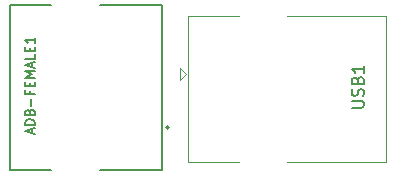
<source format=gbr>
%TF.GenerationSoftware,KiCad,Pcbnew,7.0.9-1.fc39*%
%TF.CreationDate,2023-12-29T10:14:23-08:00*%
%TF.ProjectId,ADB-USB-adapter,4144422d-5553-4422-9d61-646170746572,rev?*%
%TF.SameCoordinates,Original*%
%TF.FileFunction,Legend,Top*%
%TF.FilePolarity,Positive*%
%FSLAX46Y46*%
G04 Gerber Fmt 4.6, Leading zero omitted, Abs format (unit mm)*
G04 Created by KiCad (PCBNEW 7.0.9-1.fc39) date 2023-12-29 10:14:23*
%MOMM*%
%LPD*%
G01*
G04 APERTURE LIST*
%ADD10C,0.150000*%
%ADD11C,0.120000*%
%ADD12C,0.127000*%
%ADD13C,0.200000*%
G04 APERTURE END LIST*
D10*
X48823819Y-31530094D02*
X49633342Y-31530094D01*
X49633342Y-31530094D02*
X49728580Y-31482475D01*
X49728580Y-31482475D02*
X49776200Y-31434856D01*
X49776200Y-31434856D02*
X49823819Y-31339618D01*
X49823819Y-31339618D02*
X49823819Y-31149142D01*
X49823819Y-31149142D02*
X49776200Y-31053904D01*
X49776200Y-31053904D02*
X49728580Y-31006285D01*
X49728580Y-31006285D02*
X49633342Y-30958666D01*
X49633342Y-30958666D02*
X48823819Y-30958666D01*
X49776200Y-30530094D02*
X49823819Y-30387237D01*
X49823819Y-30387237D02*
X49823819Y-30149142D01*
X49823819Y-30149142D02*
X49776200Y-30053904D01*
X49776200Y-30053904D02*
X49728580Y-30006285D01*
X49728580Y-30006285D02*
X49633342Y-29958666D01*
X49633342Y-29958666D02*
X49538104Y-29958666D01*
X49538104Y-29958666D02*
X49442866Y-30006285D01*
X49442866Y-30006285D02*
X49395247Y-30053904D01*
X49395247Y-30053904D02*
X49347628Y-30149142D01*
X49347628Y-30149142D02*
X49300009Y-30339618D01*
X49300009Y-30339618D02*
X49252390Y-30434856D01*
X49252390Y-30434856D02*
X49204771Y-30482475D01*
X49204771Y-30482475D02*
X49109533Y-30530094D01*
X49109533Y-30530094D02*
X49014295Y-30530094D01*
X49014295Y-30530094D02*
X48919057Y-30482475D01*
X48919057Y-30482475D02*
X48871438Y-30434856D01*
X48871438Y-30434856D02*
X48823819Y-30339618D01*
X48823819Y-30339618D02*
X48823819Y-30101523D01*
X48823819Y-30101523D02*
X48871438Y-29958666D01*
X49300009Y-29196761D02*
X49347628Y-29053904D01*
X49347628Y-29053904D02*
X49395247Y-29006285D01*
X49395247Y-29006285D02*
X49490485Y-28958666D01*
X49490485Y-28958666D02*
X49633342Y-28958666D01*
X49633342Y-28958666D02*
X49728580Y-29006285D01*
X49728580Y-29006285D02*
X49776200Y-29053904D01*
X49776200Y-29053904D02*
X49823819Y-29149142D01*
X49823819Y-29149142D02*
X49823819Y-29530094D01*
X49823819Y-29530094D02*
X48823819Y-29530094D01*
X48823819Y-29530094D02*
X48823819Y-29196761D01*
X48823819Y-29196761D02*
X48871438Y-29101523D01*
X48871438Y-29101523D02*
X48919057Y-29053904D01*
X48919057Y-29053904D02*
X49014295Y-29006285D01*
X49014295Y-29006285D02*
X49109533Y-29006285D01*
X49109533Y-29006285D02*
X49204771Y-29053904D01*
X49204771Y-29053904D02*
X49252390Y-29101523D01*
X49252390Y-29101523D02*
X49300009Y-29196761D01*
X49300009Y-29196761D02*
X49300009Y-29530094D01*
X49823819Y-28006285D02*
X49823819Y-28577713D01*
X49823819Y-28291999D02*
X48823819Y-28291999D01*
X48823819Y-28291999D02*
X48966676Y-28387237D01*
X48966676Y-28387237D02*
X49061914Y-28482475D01*
X49061914Y-28482475D02*
X49109533Y-28577713D01*
X21723803Y-33716219D02*
X21723803Y-33335053D01*
X21952503Y-33792452D02*
X21152054Y-33525636D01*
X21152054Y-33525636D02*
X21952503Y-33258820D01*
X21952503Y-32992003D02*
X21152054Y-32992003D01*
X21152054Y-32992003D02*
X21152054Y-32801420D01*
X21152054Y-32801420D02*
X21190171Y-32687070D01*
X21190171Y-32687070D02*
X21266404Y-32610837D01*
X21266404Y-32610837D02*
X21342637Y-32572721D01*
X21342637Y-32572721D02*
X21495104Y-32534604D01*
X21495104Y-32534604D02*
X21609454Y-32534604D01*
X21609454Y-32534604D02*
X21761920Y-32572721D01*
X21761920Y-32572721D02*
X21838153Y-32610837D01*
X21838153Y-32610837D02*
X21914387Y-32687070D01*
X21914387Y-32687070D02*
X21952503Y-32801420D01*
X21952503Y-32801420D02*
X21952503Y-32992003D01*
X21533220Y-31924738D02*
X21571337Y-31810388D01*
X21571337Y-31810388D02*
X21609454Y-31772272D01*
X21609454Y-31772272D02*
X21685687Y-31734155D01*
X21685687Y-31734155D02*
X21800037Y-31734155D01*
X21800037Y-31734155D02*
X21876270Y-31772272D01*
X21876270Y-31772272D02*
X21914387Y-31810388D01*
X21914387Y-31810388D02*
X21952503Y-31886621D01*
X21952503Y-31886621D02*
X21952503Y-32191554D01*
X21952503Y-32191554D02*
X21152054Y-32191554D01*
X21152054Y-32191554D02*
X21152054Y-31924738D01*
X21152054Y-31924738D02*
X21190171Y-31848505D01*
X21190171Y-31848505D02*
X21228287Y-31810388D01*
X21228287Y-31810388D02*
X21304521Y-31772272D01*
X21304521Y-31772272D02*
X21380754Y-31772272D01*
X21380754Y-31772272D02*
X21456987Y-31810388D01*
X21456987Y-31810388D02*
X21495104Y-31848505D01*
X21495104Y-31848505D02*
X21533220Y-31924738D01*
X21533220Y-31924738D02*
X21533220Y-32191554D01*
X21647570Y-31391105D02*
X21647570Y-30781240D01*
X21533220Y-30133257D02*
X21533220Y-30400073D01*
X21952503Y-30400073D02*
X21152054Y-30400073D01*
X21152054Y-30400073D02*
X21152054Y-30018907D01*
X21533220Y-29713974D02*
X21533220Y-29447158D01*
X21952503Y-29332808D02*
X21952503Y-29713974D01*
X21952503Y-29713974D02*
X21152054Y-29713974D01*
X21152054Y-29713974D02*
X21152054Y-29332808D01*
X21952503Y-28989758D02*
X21152054Y-28989758D01*
X21152054Y-28989758D02*
X21723803Y-28722942D01*
X21723803Y-28722942D02*
X21152054Y-28456126D01*
X21152054Y-28456126D02*
X21952503Y-28456126D01*
X21723803Y-28113076D02*
X21723803Y-27731910D01*
X21952503Y-28189309D02*
X21152054Y-27922493D01*
X21152054Y-27922493D02*
X21952503Y-27655677D01*
X21952503Y-27007694D02*
X21952503Y-27388860D01*
X21952503Y-27388860D02*
X21152054Y-27388860D01*
X21533220Y-26740877D02*
X21533220Y-26474061D01*
X21952503Y-26359711D02*
X21952503Y-26740877D01*
X21952503Y-26740877D02*
X21152054Y-26740877D01*
X21152054Y-26740877D02*
X21152054Y-26359711D01*
X21952503Y-25597379D02*
X21952503Y-26054778D01*
X21952503Y-25826078D02*
X21152054Y-25826078D01*
X21152054Y-25826078D02*
X21266404Y-25902312D01*
X21266404Y-25902312D02*
X21342637Y-25978545D01*
X21342637Y-25978545D02*
X21380754Y-26054778D01*
D11*
%TO.C,USB1*%
X34256000Y-28202000D02*
X34256000Y-29202000D01*
X34256000Y-29202000D02*
X34756000Y-28702000D01*
X34756000Y-28702000D02*
X34256000Y-28202000D01*
X34976000Y-23792000D02*
X34976000Y-36112000D01*
X34976000Y-36112000D02*
X39236000Y-36112000D01*
X39236000Y-23792000D02*
X34976000Y-23792000D01*
X43336000Y-23792000D02*
X51696000Y-23792000D01*
X51696000Y-23792000D02*
X51696000Y-36112000D01*
X51696000Y-36112000D02*
X43336000Y-36112000D01*
D12*
%TO.C,ADB-FEMALE1*%
X19890000Y-36816800D02*
X19890000Y-22816800D01*
X23330000Y-36816800D02*
X19890000Y-36816800D01*
X27510000Y-36786800D02*
X32720000Y-36786800D01*
X32720000Y-36786800D02*
X32720000Y-36816800D01*
X23330000Y-22816800D02*
X19890000Y-22816800D01*
X27510000Y-22816800D02*
X32720000Y-22816800D01*
X32720000Y-22816800D02*
X32720000Y-36786800D01*
D13*
X33300000Y-33216800D02*
G75*
G03*
X33300000Y-33216800I-100000J0D01*
G01*
%TD*%
M02*

</source>
